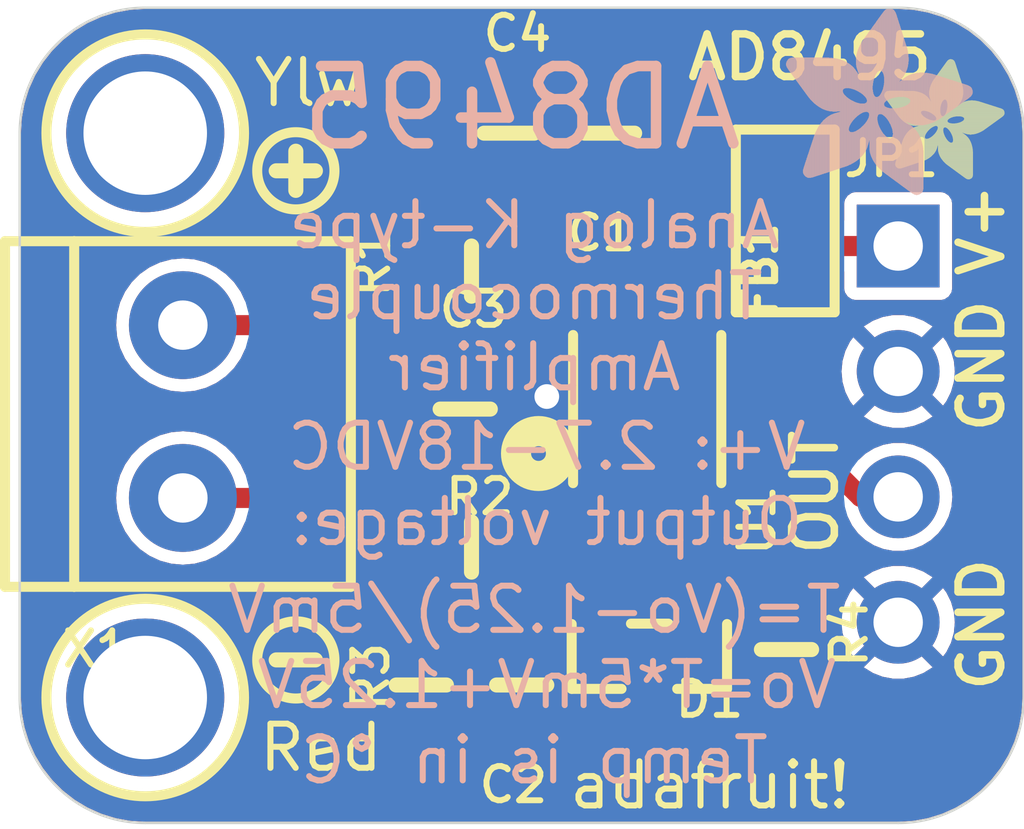
<source format=kicad_pcb>
(kicad_pcb (version 20221018) (generator pcbnew)
  (layers (0 "F.Cu" signal) (31 "B.Cu" signal) (34 "B.Paste" user) (35 "F.Paste" user) (36 "B.SilkS" user "B.Silkscreen") (37 "F.SilkS" user "F.Silkscreen") (38 "B.Mask" user) (39 "F.Mask" user) (44 "Edge.Cuts" user))
  (net 0 "")
  (net 1 "GND")
  (net 2 "VOUT")
  (net 3 "N$2")
  (net 4 "N$3")
  (net 5 "IN-")
  (net 6 "IN+")
  (net 7 "VCC")
  (net 8 "N$1")
  (net 9 "N$4")
  (footprint "working:0805-NO" (layer "F.Cu") (at 153.8611 109.7466 -90)
    (fp_text reference "R4" (at -1.0875 -1.27 90) (layer "F.SilkS") (effects (font (size 0.692831 0.692831) (thickness 0.119969)) (justify right)))
    (fp_text value "1K")
    (pad "1" smd rect (at -0.95 0 270) (size 1.3 1.5) (layers "F.Cu" "F.Paste" "F.Mask") (net 7 "VCC"))
    (pad "2" smd rect (at 0.95 0 270) (size 1.3 1.5) (layers "F.Cu" "F.Paste" "F.Mask") (net 8 "N$1"))
  )
  (footprint "working:SOT23-R" (layer "F.Cu") (at 151.0851 109.8826 180)
    (fp_text reference "D1" (at -1.972 -0.873) (layer "F.SilkS") (effects (font (size 0.692831 0.692831) (thickness 0.119969)) (justify right)))
    (fp_text value "TLVH431")
    (pad "1" smd rect (at -0.95 1 180) (size 0.635 1.016) (layers "F.Cu" "F.Paste" "F.Mask") (net 8 "N$1"))
    (pad "2" smd rect (at 0.95 1 180) (size 0.635 1.016) (layers "F.Cu" "F.Paste" "F.Mask") (net 8 "N$1"))
    (pad "3" smd rect (at 0 -1 180) (size 0.635 1.016) (layers "F.Cu" "F.Paste" "F.Mask") (net 1 "GND"))
  )
  (footprint "working:MOUNTINGHOLE_2.5_PLATED" (layer "F.Cu") (at 140.8811 110.7186)
    (fp_text reference "U$12" hide)
    (fp_text value "MOUNTINGHOLE2.5" hide)
    (pad "P$1" thru_hole circle (at 0 0) (size 3.2 3.2) (drill 2.5) (layers "*.Cu" "*.Mask"))
    (zone (net 0) (net_name "") (layer "F.Cu") (connect_pads (clearance 0)) (min_thickness 0.25)
      (keepout (tracks not_allowed) (vias not_allowed) (pads not_allowed) (copperpour not_allowed) (footprints allowed))
      (fill (thermal_gap 0.5) (thermal_bridge_width 0.5))
      (polygon (pts (xy 142.8971 110.7186) (xy 142.87748 110.438027) (xy 142.819004 110.162915) (xy 142.722808 109.898619) (xy 142.590765 109.650283) (xy 142.425446 109.42274) (xy 142.230067 109.22042) (xy 142.008433 109.04726) (xy 141.764856 108.906631) (xy 141.504078 108.80127) (xy 141.231175 108.733228) (xy 140.951457 108.703828) (xy 140.670371 108.713644) (xy 140.393385 108.762484) (xy 140.125893 108.849397) (xy 139.8731 108.972693) (xy 139.639926 109.12997) (xy 139.430911 109.318169) (xy 139.250122 109.533625) (xy 139.101078 109.772145) (xy 138.98668 110.029087) (xy 138.909154 110.29945) (xy 138.870011 110.577971) (xy 138.870011 110.859229) (xy 138.909154 111.13775) (xy 138.98668 111.408113) (xy 139.101078 111.665055) (xy 139.250122 111.903575) (xy 139.430911 112.119031) (xy 139.639926 112.30723) (xy 139.8731 112.464507) (xy 140.125893 112.587803) (xy 140.393385 112.674716) (xy 140.670371 112.723556) (xy 140.951457 112.733372) (xy 141.231175 112.703972) (xy 141.504078 112.63593) (xy 141.764856 112.530569) (xy 142.008433 112.38994) (xy 142.230067 112.21678) (xy 142.425446 112.01446) (xy 142.590765 111.786917) (xy 142.722808 111.538581) (xy 142.819004 111.274285) (xy 142.87748 110.999173)))
      (polygon (pts (xy 140.8651 110.7186) (xy 140.869786 110.729914) (xy 140.8811 110.7346) (xy 140.892414 110.729914) (xy 140.8971 110.7186) (xy 140.892414 110.707286) (xy 140.8811 110.7026) (xy 140.869786 110.707286)))
    )
    (zone (net 0) (net_name "") (layer "B.Cu") (connect_pads (clearance 0)) (min_thickness 0.25)
      (keepout (tracks not_allowed) (vias not_allowed) (pads not_allowed) (copperpour not_allowed) (footprints allowed))
      (fill (thermal_gap 0.5) (thermal_bridge_width 0.5))
      (polygon (pts (xy 142.8971 110.7186) (xy 142.87748 110.438027) (xy 142.819004 110.162915) (xy 142.722808 109.898619) (xy 142.590765 109.650283) (xy 142.425446 109.42274) (xy 142.230067 109.22042) (xy 142.008433 109.04726) (xy 141.764856 108.906631) (xy 141.504078 108.80127) (xy 141.231175 108.733228) (xy 140.951457 108.703828) (xy 140.670371 108.713644) (xy 140.393385 108.762484) (xy 140.125893 108.849397) (xy 139.8731 108.972693) (xy 139.639926 109.12997) (xy 139.430911 109.318169) (xy 139.250122 109.533625) (xy 139.101078 109.772145) (xy 138.98668 110.029087) (xy 138.909154 110.29945) (xy 138.870011 110.577971) (xy 138.870011 110.859229) (xy 138.909154 111.13775) (xy 138.98668 111.408113) (xy 139.101078 111.665055) (xy 139.250122 111.903575) (xy 139.430911 112.119031) (xy 139.639926 112.30723) (xy 139.8731 112.464507) (xy 140.125893 112.587803) (xy 140.393385 112.674716) (xy 140.670371 112.723556) (xy 140.951457 112.733372) (xy 141.231175 112.703972) (xy 141.504078 112.63593) (xy 141.764856 112.530569) (xy 142.008433 112.38994) (xy 142.230067 112.21678) (xy 142.425446 112.01446) (xy 142.590765 111.786917) (xy 142.722808 111.538581) (xy 142.819004 111.274285) (xy 142.87748 110.999173)))
      (polygon (pts (xy 140.8651 110.7186) (xy 140.869786 110.729914) (xy 140.8811 110.7346) (xy 140.892414 110.729914) (xy 140.8971 110.7186) (xy 140.892414 110.707286) (xy 140.8811 110.7026) (xy 140.869786 110.707286)))
    )
  )
  (footprint "working:SYMBOL_MINUS" (layer "F.Cu") (at 143.9291 109.9566)
    (fp_text reference "U$9" hide)
    (fp_text value "" hide)
  )
  (footprint "working:0805" (layer "F.Cu") (at 153.8351 101.0666 -90)
    (fp_text reference "FB1" (at 2.032 0.127 -90) (layer "F.SilkS") (effects (font (size 0.666496 0.666496) (thickness 0.146304)) (justify left bottom)))
    (fp_text value "ferrite")
    (pad "1" smd rect (at -0.95 0 270) (size 1.3 1.5) (layers "F.Cu" "F.Paste" "F.Mask") (net 7 "VCC"))
    (pad "2" smd rect (at 0.95 0 270) (size 1.3 1.5) (layers "F.Cu" "F.Paste" "F.Mask") (net 9 "N$4"))
  )
  (footprint "working:TERMBLOCK_1X2-3.5MM" (layer "F.Cu") (at 141.6431 104.8766 -90)
    (fp_text reference "X1" (at 4.86 2.5) (layer "F.SilkS") (effects (font (size 0.692831 0.692831) (thickness 0.119969)) (justify left)))
    (fp_text value "3.5mm terminal")
    (pad "1" thru_hole circle (at 1.8 0 270) (size 2.1844 2.1844) (drill 1) (layers "*.Cu" "*.Mask") (net 5 "IN-"))
    (pad "2" thru_hole circle (at -1.7 0 270) (size 2.1844 2.1844) (drill 1) (layers "*.Cu" "*.Mask") (net 6 "IN+"))
  )
  (footprint "working:0805-NO" (layer "F.Cu") (at 146.4691 110.4646 90)
    (fp_text reference "R3" (at -0.5875 -1.02 90) (layer "F.SilkS") (effects (font (size 0.692831 0.692831) (thickness 0.119969)) (justify left)))
    (fp_text value "1M")
    (pad "1" smd rect (at -0.95 0 90) (size 1.3 1.5) (layers "F.Cu" "F.Paste" "F.Mask") (net 1 "GND"))
    (pad "2" smd rect (at 0.95 0 90) (size 1.3 1.5) (layers "F.Cu" "F.Paste" "F.Mask") (net 5 "IN-"))
  )
  (footprint "working:MSOP8_0.65MM" (layer "F.Cu") (at 151.0411 104.8766)
    (fp_text reference "U1" (at 2.222 3.024 90) (layer "F.SilkS") (effects (font (size 0.692831 0.692831) (thickness 0.119969)) (justify left)))
    (fp_text value "AD8495ARMZ ")
    (pad "1" smd rect (at -0.975 2.2 90) (size 1.4 0.4) (layers "F.Cu" "F.Paste") (net 4 "N$3"))
    (pad "2" smd rect (at -0.325 2.2 90) (size 1.4 0.4) (layers "F.Cu" "F.Paste") (net 8 "N$1"))
    (pad "3" smd rect (at 0.325 2.2 90) (size 1.4 0.4) (layers "F.Cu" "F.Paste") (net 1 "GND"))
    (pad "4" smd rect (at 0.975 2.2 90) (size 1.4 0.4) (layers "F.Cu" "F.Paste"))
    (pad "5" smd rect (at 0.975 -2.2 90) (size 1.4 0.4) (layers "F.Cu" "F.Paste") (net 2 "VOUT"))
    (pad "6" smd rect (at 0.325 -2.2 90) (size 1.4 0.4) (layers "F.Cu" "F.Paste") (net 2 "VOUT"))
    (pad "7" smd rect (at -0.325 -2.2 90) (size 1.4 0.4) (layers "F.Cu" "F.Paste") (net 7 "VCC"))
    (pad "8" smd rect (at -0.975 -2.2 90) (size 1.4 0.4) (layers "F.Cu" "F.Paste") (net 3 "N$2"))
  )
  (footprint "working:ADAFRUIT_2.5MM" (layer "F.Cu") (at 155.8391 100.2226)
    (fp_text reference "U$10" hide)
    (fp_text value "" hide)
  )
  (footprint "working:0805-NO" (layer "F.Cu") (at 147.4851 102.0826)
    (fp_text reference "R1" (at -2.02 0.5875 90) (layer "F.SilkS") (effects (font (size 0.692831 0.692831) (thickness 0.119969)) (justify left)))
    (fp_text value "100")
    (pad "1" smd rect (at -0.95 0) (size 1.3 1.5) (layers "F.Cu" "F.Paste" "F.Mask") (net 6 "IN+"))
    (pad "2" smd rect (at 0.95 0) (size 1.3 1.5) (layers "F.Cu" "F.Paste" "F.Mask") (net 3 "N$2"))
  )
  (footprint "working:0805-NO" (layer "F.Cu") (at 150.2791 99.2886 -90)
    (fp_text reference "C1" (at 2.02 -0.5875) (layer "F.SilkS") (effects (font (size 0.692831 0.692831) (thickness 0.119969)) (justify right)))
    (fp_text value "0.1µF")
    (pad "1" smd rect (at -0.95 0 270) (size 1.3 1.5) (layers "F.Cu" "F.Paste" "F.Mask") (net 1 "GND"))
    (pad "2" smd rect (at 0.95 0 270) (size 1.3 1.5) (layers "F.Cu" "F.Paste" "F.Mask") (net 7 "VCC"))
  )
  (footprint "working:0805-NO" (layer "F.Cu") (at 148.2471 99.2886 -90)
    (fp_text reference "C4" (at -2.02 0.5875) (layer "F.SilkS") (effects (font (size 0.692831 0.692831) (thickness 0.119969)) (justify left)))
    (fp_text value "0.01uF")
    (pad "1" smd rect (at -0.95 0 270) (size 1.3 1.5) (layers "F.Cu" "F.Paste" "F.Mask") (net 1 "GND"))
    (pad "2" smd rect (at 0.95 0 270) (size 1.3 1.5) (layers "F.Cu" "F.Paste" "F.Mask") (net 3 "N$2"))
  )
  (footprint "working:FIDUCIAL_1MM" (layer "F.Cu") (at 146.1631 99.8286)
    (fp_text reference "FID2" hide)
    (fp_text value "FIDUCIAL\"\"" hide)
    (pad "1" smd roundrect (at 0 0) (size 1 1) (layers "F.Cu" "F.Mask") (roundrect_rratio 0.5))
  )
  (footprint "working:MOUNTINGHOLE_2.5_PLATED" (layer "F.Cu") (at 140.8811 99.2886)
    (fp_text reference "U$11" hide)
    (fp_text value "MOUNTINGHOLE2.5" hide)
    (pad "P$1" thru_hole circle (at 0 0) (size 3.2 3.2) (drill 2.5) (layers "*.Cu" "*.Mask"))
    (zone (net 0) (net_name "") (layer "F.Cu") (connect_pads (clearance 0)) (min_thickness 0.25)
      (keepout (tracks not_allowed) (vias not_allowed) (pads not_allowed) (copperpour not_allowed) (footprints allowed))
      (fill (thermal_gap 0.5) (thermal_bridge_width 0.5))
      (polygon (pts (xy 142.8971 99.2886) (xy 142.87748 99.008027) (xy 142.819004 98.732915) (xy 142.722808 98.468619) (xy 142.590765 98.220283) (xy 142.425446 97.99274) (xy 142.230067 97.79042) (xy 142.008433 97.61726) (xy 141.764856 97.476631) (xy 141.504078 97.37127) (xy 141.231175 97.303228) (xy 140.951457 97.273828) (xy 140.670371 97.283644) (xy 140.393385 97.332484) (xy 140.125893 97.419397) (xy 139.8731 97.542693) (xy 139.639926 97.69997) (xy 139.430911 97.888169) (xy 139.250122 98.103625) (xy 139.101078 98.342145) (xy 138.98668 98.599087) (xy 138.909154 98.86945) (xy 138.870011 99.147971) (xy 138.870011 99.429229) (xy 138.909154 99.70775) (xy 138.98668 99.978113) (xy 139.101078 100.235055) (xy 139.250122 100.473575) (xy 139.430911 100.689031) (xy 139.639926 100.87723) (xy 139.8731 101.034507) (xy 140.125893 101.157803) (xy 140.393385 101.244716) (xy 140.670371 101.293556) (xy 140.951457 101.303372) (xy 141.231175 101.273972) (xy 141.504078 101.20593) (xy 141.764856 101.100569) (xy 142.008433 100.95994) (xy 142.230067 100.78678) (xy 142.425446 100.58446) (xy 142.590765 100.356917) (xy 142.722808 100.108581) (xy 142.819004 99.844285) (xy 142.87748 99.569173)))
      (polygon (pts (xy 140.8651 99.2886) (xy 140.869786 99.299914) (xy 140.8811 99.3046) (xy 140.892414 99.299914) (xy 140.8971 99.2886) (xy 140.892414 99.277286) (xy 140.8811 99.2726) (xy 140.869786 99.277286)))
    )
    (zone (net 0) (net_name "") (layer "B.Cu") (connect_pads (clearance 0)) (min_thickness 0.25)
      (keepout (tracks not_allowed) (vias not_allowed) (pads not_allowed) (copperpour not_allowed) (footprints allowed))
      (fill (thermal_gap 0.5) (thermal_bridge_width 0.5))
      (polygon (pts (xy 142.8971 99.2886) (xy 142.87748 99.008027) (xy 142.819004 98.732915) (xy 142.722808 98.468619) (xy 142.590765 98.220283) (xy 142.425446 97.99274) (xy 142.230067 97.79042) (xy 142.008433 97.61726) (xy 141.764856 97.476631) (xy 141.504078 97.37127) (xy 141.231175 97.303228) (xy 140.951457 97.273828) (xy 140.670371 97.283644) (xy 140.393385 97.332484) (xy 140.125893 97.419397) (xy 139.8731 97.542693) (xy 139.639926 97.69997) (xy 139.430911 97.888169) (xy 139.250122 98.103625) (xy 139.101078 98.342145) (xy 138.98668 98.599087) (xy 138.909154 98.86945) (xy 138.870011 99.147971) (xy 138.870011 99.429229) (xy 138.909154 99.70775) (xy 138.98668 99.978113) (xy 139.101078 100.235055) (xy 139.250122 100.473575) (xy 139.430911 100.689031) (xy 139.639926 100.87723) (xy 139.8731 101.034507) (xy 140.125893 101.157803) (xy 140.393385 101.244716) (xy 140.670371 101.293556) (xy 140.951457 101.303372) (xy 141.231175 101.273972) (xy 141.504078 101.20593) (xy 141.764856 101.100569) (xy 142.008433 100.95994) (xy 142.230067 100.78678) (xy 142.425446 100.58446) (xy 142.590765 100.356917) (xy 142.722808 100.108581) (xy 142.819004 99.844285) (xy 142.87748 99.569173)))
      (polygon (pts (xy 140.8651 99.2886) (xy 140.869786 99.299914) (xy 140.8811 99.3046) (xy 140.892414 99.299914) (xy 140.8971 99.2886) (xy 140.892414 99.277286) (xy 140.8811 99.2726) (xy 140.869786 99.277286)))
    )
  )
  (footprint "working:0805-NO" (layer "F.Cu") (at 148.5011 110.4646 -90)
    (fp_text reference "C2" (at 2.02 -0.5875) (layer "F.SilkS") (effects (font (size 0.692831 0.692831) (thickness 0.119969)) (justify right)))
    (fp_text value "0.01uF")
    (pad "1" smd rect (at -0.95 0 270) (size 1.3 1.5) (layers "F.Cu" "F.Paste" "F.Mask") (net 4 "N$3"))
    (pad "2" smd rect (at 0.95 0 270) (size 1.3 1.5) (layers "F.Cu" "F.Paste" "F.Mask") (net 1 "GND"))
  )
  (footprint "working:FIDUCIAL_1MM" (layer "F.Cu") (at 156.6291 111.4806)
    (fp_text reference "FID1" hide)
    (fp_text value "FIDUCIAL\"\"" hide)
    (pad "1" smd roundrect (at 0 0) (size 1 1) (layers "F.Cu" "F.Mask") (roundrect_rratio 0.5))
  )
  (footprint "working:0805-NO" (layer "F.Cu") (at 147.4851 107.6706)
    (fp_text reference "R2" (at -0.5875 -1.02) (layer "F.SilkS") (effects (font (size 0.692831 0.692831) (thickness 0.119969)) (justify left)))
    (fp_text value "100")
    (pad "1" smd rect (at -0.95 0) (size 1.3 1.5) (layers "F.Cu" "F.Paste" "F.Mask") (net 5 "IN-"))
    (pad "2" smd rect (at 0.95 0) (size 1.3 1.5) (layers "F.Cu" "F.Paste" "F.Mask") (net 4 "N$3"))
  )
  (footprint "working:0805-NO" (layer "F.Cu") (at 147.3581 104.8766 -90)
    (fp_text reference "C3" (at -2.02 0.5875) (layer "F.SilkS") (effects (font (size 0.692831 0.692831) (thickness 0.119969)) (justify left)))
    (fp_text value "0.1uF")
    (pad "1" smd rect (at -0.95 0 270) (size 1.3 1.5) (layers "F.Cu" "F.Paste" "F.Mask") (net 3 "N$2"))
    (pad "2" smd rect (at 0.95 0 270) (size 1.3 1.5) (layers "F.Cu" "F.Paste" "F.Mask") (net 4 "N$3"))
  )
  (footprint "working:1X04_ROUND" (layer "F.Cu") (at 156.1211 105.3846 -90)
    (fp_text reference "JP1" (at -5.5788 1.1562) (layer "F.SilkS") (effects (font (size 0.692831 0.692831) (thickness 0.119969)) (justify left)))
    (fp_text value "")
    (pad "1" thru_hole rect (at -3.81 0) (size 1.6764 1.6764) (drill 1) (layers "*.Cu" "*.Mask") (net 9 "N$4"))
    (pad "2" thru_hole circle (at -1.27 0) (size 1.6764 1.6764) (drill 1) (layers "*.Cu" "*.Mask") (net 1 "GND"))
    (pad "3" thru_hole circle (at 1.27 0) (size 1.6764 1.6764) (drill 1) (layers "*.Cu" "*.Mask") (net 2 "VOUT"))
    (pad "4" thru_hole circle (at 3.81 0) (size 1.6764 1.6764) (drill 1) (layers "*.Cu" "*.Mask") (net 1 "GND"))
  )
  (footprint "working:SYMBOL_PLUS" (layer "F.Cu") (at 143.9291 100.0506)
    (fp_text reference "U$8" hide)
    (fp_text value "" hide)
  )
  (footprint "working:ADAFRUIT_3.5MM" (layer "B.Cu") (at 153.8351 100.5586 90)
    (fp_text reference "U$13" hide)
    (fp_text value "" hide)
  )
  (gr_line (start 156.1211 96.7486) (end 140.8811 96.7486) (stroke (width 0.05)) (layer "Edge.Cuts"))
  (gr_line (start 138.3411 99.2886) (end 138.3411 110.7186) (stroke (width 0.05)) (layer "Edge.Cuts"))
  (gr_line (start 158.6611 110.7186) (end 158.6611 99.2886) (stroke (width 0.05)) (layer "Edge.Cuts"))
  (gr_arc (start 156.1211 96.7486) (mid 157.917151 97.492549) (end 158.6611 99.2886) (stroke (width 0.05)) (layer "Edge.Cuts"))
  (gr_arc (start 158.6611 110.7186) (mid 157.917151 112.514651) (end 156.1211 113.2586) (stroke (width 0.05)) (layer "Edge.Cuts"))
  (gr_arc (start 140.8811 113.2586) (mid 139.085049 112.514651) (end 138.3411 110.7186) (stroke (width 0.05)) (layer "Edge.Cuts"))
  (gr_line (start 140.8811 113.2586) (end 156.1211 113.2586) (stroke (width 0.05)) (layer "Edge.Cuts"))
  (gr_arc (start 138.3411 99.2886) (mid 139.085049 97.492549) (end 140.8811 96.7486) (stroke (width 0.05)) (layer "Edge.Cuts"))
  (gr_text "Output voltage:" (at 149.0091 107.1626) (layer "B.SilkS") (effects (font (size 0.89408 0.89408) (thickness 0.12192)) (justify mirror)))
  (gr_text "Vo=T*5mV+1.25V" (at 149.0091 110.4646) (layer "B.SilkS") (effects (font (size 0.89408 0.89408) (thickness 0.12192)) (justify mirror)))
  (gr_text "Temp is in °C" (at 148.7551 111.9886) (layer "B.SilkS") (effects (font (size 0.89408 0.89408) (thickness 0.12192)) (justify mirror)))
  (gr_text "T=(Vo-1.25)/5mV" (at 148.7551 108.9406) (layer "B.SilkS") (effects (font (size 0.89408 0.89408) (thickness 0.12192)) (justify mirror)))
  (gr_text "V+: 2.7-18VDC" (at 149.0091 105.6386) (layer "B.SilkS") (effects (font (size 0.89408 0.89408) (thickness 0.12192)) (justify mirror)))
  (gr_text "AD8495" (at 148.5011 98.7806) (layer "B.SilkS") (effects (font (size 1.56464 1.56464) (thickness 0.21336)) (justify mirror)))
  (gr_text "Analog K-type\nThermocouple\nAmplifier" (at 148.7551 102.5906) (layer "B.SilkS") (effects (font (size 0.89408 0.89408) (thickness 0.12192)) (justify mirror)))
  (gr_text "Red" (at 144.4371 111.7346) (layer "F.SilkS") (effects (font (size 0.89408 0.89408) (thickness 0.12192))))
  (gr_text "adafruit!" (at 152.3111 112.4966) (layer "F.SilkS") (effects (font (size 0.89408 0.89408) (thickness 0.12192))))
  (gr_text "GND" (at 157.8051 109.2386 90) (layer "F.SilkS") (effects (font (size 0.8636 0.8636) (thickness 0.1524))))
  (gr_text "Ylw" (at 144.1831 98.2726) (layer "F.SilkS") (effects (font (size 0.89408 0.89408) (thickness 0.12192))))
  (gr_text "AD8495" (at 156.8771 97.2446) (layer "F.SilkS") (effects (font (size 0.8636 0.8636) (thickness 0.1524)) (justify right top)))
  (gr_text "OUT" (at 154.4371 106.5626 90) (layer "F.SilkS") (effects (font (size 0.8636 0.8636) (thickness 0.1524))))
  (gr_text "V+" (at 157.8051 101.2506 90) (layer "F.SilkS") (effects (font (size 0.8636 0.8636) (thickness 0.1524))))
  (gr_text "GND" (at 157.8051 104.0006 90) (layer "F.SilkS") (effects (font (size 0.8636 0.8636) (thickness 0.1524))))
  (via (at 149.0091 104.6226) (size 0.9064) (drill 0.5) (layers "F.Cu" "B.Cu") (net 1))
  (segment (start 152.5651 103.8606) (end 152.0161 103.8606) (width 0.4064) (layer "F.Cu") (net 2))
  (segment (start 151.3661 102.6766) (end 151.3661 103.8606) (width 0.4064) (layer "F.Cu") (net 2))
  (segment (start 152.0161 102.6766) (end 152.0161 103.8606) (width 0.4064) (layer "F.Cu") (net 2))
  (segment (start 151.3661 103.8606) (end 152.0161 103.8606) (width 0.4064) (layer "F.Cu") (net 2))
  (segment (start 156.1211 106.6546) (end 155.3591 106.6546) (width 0.4064) (layer "F.Cu") (net 2))
  (segment (start 155.3591 106.6546) (end 152.5651 103.8606) (width 0.4064) (layer "F.Cu") (net 2))
  (segment (start 148.2471 102.0166) (end 148.4351 102.0826) (width 0.4064) (layer "F.Cu") (net 3))
  (segment (start 150.0661 102.6766) (end 148.7751 102.6766) (width 0.4064) (layer "F.Cu") (net 3))
  (segment (start 148.7751 102.6766) (end 148.4351 102.0826) (width 0.4064) (layer "F.Cu") (net 3))
  (segment (start 148.2471 100.2386) (end 148.2471 102.0166) (width 0.4064) (layer "F.Cu") (net 3))
  (segment (start 148.4351 102.0826) (end 148.4351 102.8496) (width 0.4064) (layer "F.Cu") (net 3))
  (segment (start 148.4351 102.8496) (end 147.3581 103.9266) (width 0.4064) (layer "F.Cu") (net 3))
  (segment (start 148.4351 106.9036) (end 148.4351 107.6706) (width 0.4064) (layer "F.Cu") (net 4))
  (segment (start 148.5011 109.5146) (end 148.5011 107.7366) (width 0.4064) (layer "F.Cu") (net 4))
  (segment (start 149.4721 107.6706) (end 148.4351 107.6706) (width 0.4064) (layer "F.Cu") (net 4))
  (segment (start 150.0661 107.0766) (end 149.4721 107.6706) (width 0.4064) (layer "F.Cu") (net 4))
  (segment (start 148.5011 107.7366) (end 148.4351 107.6706) (width 0.4064) (layer "F.Cu") (net 4))
  (segment (start 147.3581 105.8266) (end 148.4351 106.9036) (width 0.4064) (layer "F.Cu") (net 4))
  (segment (start 145.5411 106.6766) (end 146.5351 107.6706) (width 0.4064) (layer "F.Cu") (net 5))
  (segment (start 141.6431 106.6766) (end 145.5411 106.6766) (width 0.4064) (layer "F.Cu") (net 5))
  (segment (start 146.5351 109.4486) (end 146.4691 109.5146) (width 0.4064) (layer "F.Cu") (net 5))
  (segment (start 146.5351 107.6706) (end 146.5351 109.4486) (width 0.4064) (layer "F.Cu") (net 5))
  (segment (start 141.6431 103.1766) (end 145.1871 103.1766) (width 0.4064) (layer "F.Cu") (net 6))
  (segment (start 145.1871 103.1766) (end 146.5351 102.0826) (width 0.4064) (layer "F.Cu") (net 6))
  (segment (start 150.7161 102.6766) (end 150.7161 100.6756) (width 0.4064) (layer "F.Cu") (net 7))
  (segment (start 152.4991 100.2386) (end 152.6211 100.1166) (width 0.4064) (layer "F.Cu") (net 7))
  (segment (start 150.7161 100.6756) (end 150.2791 100.2386) (width 0.4064) (layer "F.Cu") (net 7))
  (segment (start 152.5651 105.1306) (end 151.2951 105.1306) (width 0.4064) (layer "F.Cu") (net 7))
  (segment (start 152.6211 100.1166) (end 153.8351 100.1166) (width 0.4064) (layer "F.Cu") (net 7))
  (segment (start 153.8611 106.4266) (end 152.5651 105.1306) (width 0.4064) (layer "F.Cu") (net 7))
  (segment (start 153.8611 108.7966) (end 153.8611 106.4266) (width 0.4064) (layer "F.Cu") (net 7))
  (segment (start 150.7161 104.5516) (end 150.7161 102.6766) (width 0.4064) (layer "F.Cu") (net 7))
  (segment (start 151.2951 105.1306) (end 150.7161 104.5516) (width 0.4064) (layer "F.Cu") (net 7))
  (segment (start 152.4991 100.2386) (end 150.2791 100.2386) (width 0.4064) (layer "F.Cu") (net 7))
  (segment (start 152.0571 109.1586) (end 152.0351 108.8826) (width 0.4064) (layer "F.Cu") (net 8))
  (segment (start 150.7161 108.3016) (end 150.1351 108.8826) (width 0.4064) (layer "F.Cu") (net 8))
  (segment (start 153.8611 110.6966) (end 153.0511 110.9506) (width 0.4064) (layer "F.Cu") (net 8))
  (segment (start 152.0571 109.9566) (end 152.0571 109.1586) (width 0.4064) (layer "F.Cu") (net 8))
  (segment (start 150.7161 107.0766) (end 150.7161 108.3016) (width 0.4064) (layer "F.Cu") (net 8))
  (segment (start 153.0511 110.9506) (end 152.0571 109.9566) (width 0.4064) (layer "F.Cu") (net 8))
  (segment (start 150.1351 108.8826) (end 152.0351 108.8826) (width 0.4064) (layer "F.Cu") (net 8))
  (segment (start 153.9011 101.5746) (end 156.1211 101.5746) (width 0.4064) (layer "F.Cu") (net 9))
  (segment (start 153.8351 102.0166) (end 153.9011 101.5746) (width 0.4064) (layer "F.Cu") (net 9))
  (zone (net 1) (net_name "GND") (layer "F.Cu") (priority 6) (connect_pads (clearance 0.254)) (min_thickness 0.127) (fill yes (thermal_gap 0.304) (thermal_bridge_width 0.304))
    (polygon (pts (xy 158.6821 113.3856) (xy 138.2141 113.3856) (xy 138.2141 96.5916) (xy 158.6821 96.5916)))
  )
  (zone (net 1) (net_name "GND") (layer "B.Cu") (priority 6) (connect_pads (clearance 0.254)) (min_thickness 0.127) (fill yes (thermal_gap 0.304) (thermal_bridge_width 0.304))
    (polygon (pts (xy 158.6821 113.3856) (xy 138.2141 113.3856) (xy 138.2141 96.5916) (xy 158.6821 96.5916)))
  )
)
</source>
